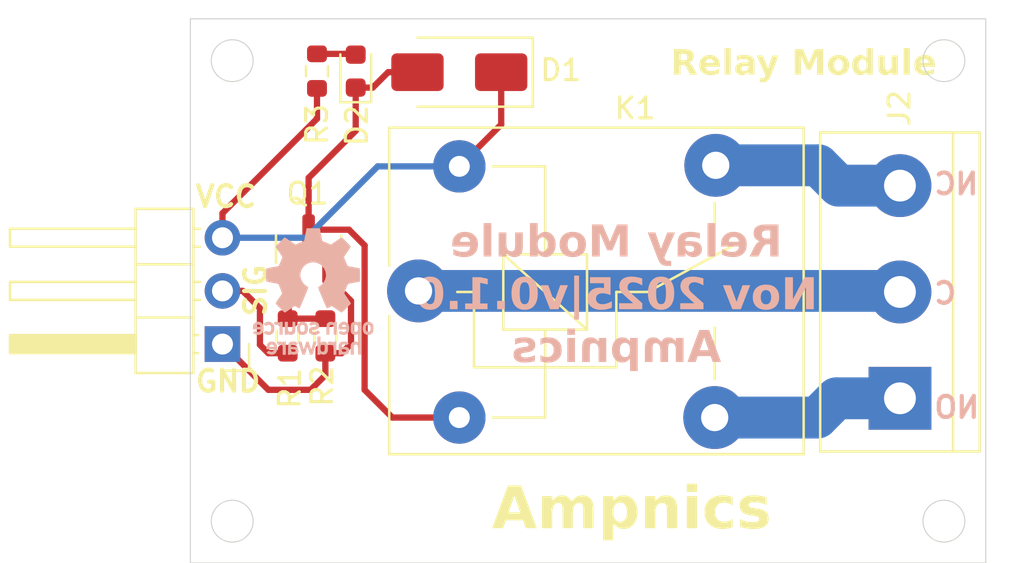
<source format=kicad_pcb>
(kicad_pcb (version 20241229) (generator "pcbnew") (generator_version "9.0")
  (layers (0 "F.Cu" signal) (2 "B.Cu" signal) (13 "F.Paste" user) (15 "B.Paste" user) (5 "F.SilkS" user "F.Silkscreen") (7 "B.SilkS" user "B.Silkscreen") (1 "F.Mask" user) (3 "B.Mask" user) (25 "Edge.Cuts" user))
  (net 0 "")
  (net 1 "Net-(D1-A)")
  (net 2 "+5V")
  (net 3 "Net-(D2-A)")
  (net 4 "GND")
  (net 5 "/SIG")
  (net 6 "Net-(J2-Pin_2)")
  (net 7 "Net-(J2-Pin_1)")
  (net 8 "Net-(J2-Pin_3)")
  (net 9 "Net-(Q1-B)")
  (footprint "Resistor_SMD:R_0603_1608Metric" (layer "F.Cu") (at 110.45 100.15 -90)
    (property "Reference" "R2" (at 2.4 0.15 90) (layer "F.SilkS"))
    (property "Value" "10K")
    (fp_line (start -0.237258 0.5225) (end 0.237258 0.5225) (stroke (width 0.12)) (layer "F.SilkS"))
    (fp_line (start -0.237258 -0.5225) (end 0.237258 -0.5225) (stroke (width 0.12)) (layer "F.SilkS"))
    (pad "1" smd roundrect (at -0.825 0 270) (size 0.8 0.95) (layers "F.Cu" "F.Mask" "F.Paste") (net 9 "Net-(Q1-B)"))
    (pad "2" smd roundrect (at 0.825 0 270) (size 0.8 0.95) (layers "F.Cu" "F.Mask" "F.Paste") (net 4 "GND"))
  )
  (footprint "Diode_SMD:D_SMA" (layer "F.Cu") (at 116.85 87.55 180)
    (property "Reference" "D1" (at -4.85 0.1 0) (layer "F.SilkS"))
    (property "Value" "MRA4003T3G")
    (fp_line (start -3.51 1.65) (end 2 1.65) (stroke (width 0.12)) (layer "F.SilkS"))
    (fp_line (start -3.51 -1.65) (end 2 -1.65) (stroke (width 0.12)) (layer "F.SilkS"))
    (fp_line (start -3.51 -1.65) (end -3.51 1.65) (stroke (width 0.12)) (layer "F.SilkS"))
    (pad "1" smd roundrect (at -2 0 180) (size 2.5 1.8) (layers "F.Cu" "F.Mask" "F.Paste") (roundrect_rratio 0.1388888889) (net 2 "+5V"))
    (pad "2" smd roundrect (at 2 0 180) (size 2.5 1.8) (layers "F.Cu" "F.Mask" "F.Paste") (roundrect_rratio 0.1388888889) (net 1 "Net-(D1-A)"))
  )
  (footprint "Resistor_SMD:R_0603_1608Metric" (layer "F.Cu") (at 110.05 87.5 90)
    (property "Reference" "R3" (at -2.55 0 90) (layer "F.SilkS"))
    (property "Value" "10K")
    (fp_line (start -0.237258 -0.5225) (end 0.237258 -0.5225) (stroke (width 0.12)) (layer "F.SilkS"))
    (fp_line (start -0.237258 0.5225) (end 0.237258 0.5225) (stroke (width 0.12)) (layer "F.SilkS"))
    (pad "1" smd roundrect (at -0.825 0 90) (size 0.8 0.95) (layers "F.Cu" "F.Mask" "F.Paste") (net 2 "+5V"))
    (pad "2" smd roundrect (at 0.825 0 90) (size 0.8 0.95) (layers "F.Cu" "F.Mask" "F.Paste") (net 3 "Net-(D2-A)"))
  )
  (footprint "Relay_THT:Relay_SPDT_SANYOU_SRD_Series_Form_C" (layer "F.Cu") (at 114.9 98)
    (property "Reference" "K1" (at 10.35 -8.725 0) (layer "F.SilkS"))
    (property "Value" "SANYOU_SRD_Form_C")
    (fp_line (start -1.4 -7.8) (end -1.4 -1.2) (stroke (width 0.12)) (layer "F.SilkS"))
    (fp_line (start -1.4 -7.8) (end 18.4 -7.8) (stroke (width 0.12)) (layer "F.SilkS"))
    (fp_line (start -1.4 1.2) (end -1.4 7.8) (stroke (width 0.12)) (layer "F.SilkS"))
    (fp_line (start 2.65 0.05) (end 1.85 0.05) (stroke (width 0.12)) (layer "F.SilkS"))
    (fp_line (start 2.65 0.05) (end 2.65 3.65) (stroke (width 0.12)) (layer "F.SilkS"))
    (fp_line (start 3.55 6.05) (end 6.05 6.05) (stroke (width 0.12)) (layer "F.SilkS"))
    (fp_line (start 4.05 -1.75) (end 8.05 -1.75) (stroke (width 0.12)) (layer "F.SilkS"))
    (fp_line (start 4.05 1.85) (end 4.05 -1.75) (stroke (width 0.12)) (layer "F.SilkS"))
    (fp_line (start 6.05 -5.95) (end 3.55 -5.95) (stroke (width 0.12)) (layer "F.SilkS"))
    (fp_line (start 6.05 -5.95) (end 6.05 -1.75) (stroke (width 0.12)) (layer "F.SilkS"))
    (fp_line (start 6.05 1.85) (end 6.05 6.05) (stroke (width 0.12)) (layer "F.SilkS"))
    (fp_line (start 8.05 -1.75) (end 8.05 1.85) (stroke (width 0.12)) (layer "F.SilkS"))
    (fp_line (start 8.05 1.85) (end 4.05 -1.75) (stroke (width 0.12)) (layer "F.SilkS"))
    (fp_line (start 8.05 1.85) (end 4.05 1.85) (stroke (width 0.12)) (layer "F.SilkS"))
    (fp_line (start 9.45 0.05) (end 9.45 3.65) (stroke (width 0.12)) (layer "F.SilkS"))
    (fp_line (start 9.45 0.05) (end 10.95 0.05) (stroke (width 0.12)) (layer "F.SilkS"))
    (fp_line (start 9.45 3.65) (end 2.65 3.65) (stroke (width 0.12)) (layer "F.SilkS"))
    (fp_line (start 10.95 0.05) (end 15.55 -2.45) (stroke (width 0.12)) (layer "F.SilkS"))
    (fp_line (start 14.15 -4.2) (end 14.15 -1.7) (stroke (width 0.12)) (layer "F.SilkS"))
    (fp_line (start 14.15 4.2) (end 14.15 1.75) (stroke (width 0.12)) (layer "F.SilkS"))
    (fp_line (start 18.4 -7.8) (end 18.4 7.8) (stroke (width 0.12)) (layer "F.SilkS"))
    (fp_line (start 18.4 7.8) (end -1.4 7.8) (stroke (width 0.12)) (layer "F.SilkS"))
    (pad "1" thru_hole circle (at 0 0 90) (size 3 3) (drill 1.3) (layers "*.Cu" "*.Mask") (net 6 "Net-(J2-Pin_2)"))
    (pad "2" thru_hole circle (at 1.95 6.05 90) (size 2.5 2.5) (drill 1) (layers "*.Cu" "*.Mask") (net 1 "Net-(D1-A)"))
    (pad "3" thru_hole circle (at 14.15 6.05 90) (size 3 3) (drill 1.3) (layers "*.Cu" "*.Mask") (net 7 "Net-(J2-Pin_1)"))
    (pad "4" thru_hole circle (at 14.2 -6 90) (size 3 3) (drill 1.3) (layers "*.Cu" "*.Mask") (net 8 "Net-(J2-Pin_3)"))
    (pad "5" thru_hole circle (at 1.95 -5.95 90) (size 2.5 2.5) (drill 1) (layers "*.Cu" "*.Mask") (net 2 "+5V"))
  )
  (footprint "Connector_PinHeader_2.54mm:PinHeader_1x03_P2.54mm_Horizontal" (layer "F.Cu") (at 105.535 100.54 180)
    (property "Reference" "J1" (hide yes))
    (property "Value" "Conn_01x03_Pin")
    (fp_line (start 10.15 5.51) (end 4.15 5.51) (stroke (width 0.12)) (layer "F.SilkS"))
    (fp_line (start 10.15 4.65) (end 10.15 5.51) (stroke (width 0.12)) (layer "F.SilkS"))
    (fp_line (start 10.15 2.97) (end 4.15 2.97) (stroke (width 0.12)) (layer "F.SilkS"))
    (fp_line (start 10.15 2.11) (end 10.15 2.97) (stroke (width 0.12)) (layer "F.SilkS"))
    (fp_line (start 4.15 6.46) (end 4.15 -1.38) (stroke (width 0.12)) (layer "F.SilkS"))
    (fp_line (start 4.15 4.65) (end 10.15 4.65) (stroke (width 0.12)) (layer "F.SilkS"))
    (fp_line (start 4.15 2.11) (end 10.15 2.11) (stroke (width 0.12)) (layer "F.SilkS"))
    (fp_line (start 4.15 -1.38) (end 1.39 -1.38) (stroke (width 0.12)) (layer "F.SilkS"))
    (fp_line (start 1.39 6.46) (end 4.15 6.46) (stroke (width 0.12)) (layer "F.SilkS"))
    (fp_line (start 1.39 3.81) (end 4.15 3.81) (stroke (width 0.12)) (layer "F.SilkS"))
    (fp_line (start 1.39 1.27) (end 4.15 1.27) (stroke (width 0.12)) (layer "F.SilkS"))
    (fp_line (start 1.39 -1.38) (end 1.39 6.46) (stroke (width 0.12)) (layer "F.SilkS"))
    (fp_line (start 1.16 0.43) (end 1.39 0.43) (stroke (width 0.12)) (layer "F.SilkS"))
    (fp_line (start 1.16 -0.43) (end 1.39 -0.43) (stroke (width 0.12)) (layer "F.SilkS"))
    (fp_line (start 1.077358 5.51) (end 1.39 5.51) (stroke (width 0.12)) (layer "F.SilkS"))
    (fp_line (start 1.077358 4.65) (end 1.39 4.65) (stroke (width 0.12)) (layer "F.SilkS"))
    (fp_line (start 1.077358 2.97) (end 1.39 2.97) (stroke (width 0.12)) (layer "F.SilkS"))
    (fp_line (start 1.077358 2.11) (end 1.39 2.11) (stroke (width 0.12)) (layer "F.SilkS"))
    (fp_line (start -1.27 0) (end -1.27 -1.27) (stroke (width 0.12)) (layer "F.SilkS"))
    (fp_line (start -1.27 -1.27) (end 0 -1.27) (stroke (width 0.12)) (layer "F.SilkS"))
    (fp_rect (start 4.15 -0.43) (end 10.15 0.43) (stroke (width 0.12)) (fill yes) (layer "F.SilkS"))
    (pad "1" thru_hole rect (at 0 0 180) (size 1.7 1.7) (drill 1) (layers "*.Cu" "*.Mask") (net 4 "GND"))
    (pad "2" thru_hole circle (at 0 2.54 180) (size 1.7 1.7) (drill 1) (layers "*.Cu" "*.Mask") (net 5 "/SIG"))
    (pad "3" thru_hole circle (at 0 5.08 180) (size 1.7 1.7) (drill 1) (layers "*.Cu" "*.Mask") (net 2 "+5V"))
  )
  (footprint "LED_SMD:LED_0603_1608Metric" (layer "F.Cu") (at 111.9 87.5 90)
    (property "Reference" "D2" (at -2.6 0.05 90) (layer "F.SilkS"))
    (property "Value" "LED")
    (fp_line (start 0.8 -0.735) (end -1.485 -0.735) (stroke (width 0.12)) (layer "F.SilkS"))
    (fp_line (start -1.485 -0.735) (end -1.485 0.735) (stroke (width 0.12)) (layer "F.SilkS"))
    (fp_line (start -1.485 0.735) (end 0.8 0.735) (stroke (width 0.12)) (layer "F.SilkS"))
    (pad "1" smd roundrect (at -0.7875 0 90) (size 0.875 0.95) (layers "F.Cu" "F.Mask" "F.Paste") (net 1 "Net-(D1-A)"))
    (pad "2" smd roundrect (at 0.7875 0 90) (size 0.875 0.95) (layers "F.Cu" "F.Mask" "F.Paste") (net 3 "Net-(D2-A)"))
  )
  (footprint "Resistor_SMD:R_0603_1608Metric" (layer "F.Cu") (at 108.65 100.15 90)
    (property "Reference" "R1" (at -2.5 0.1 90) (layer "F.SilkS"))
    (property "Value" "1K")
    (fp_line (start -0.237258 -0.5225) (end 0.237258 -0.5225) (stroke (width 0.12)) (layer "F.SilkS"))
    (fp_line (start -0.237258 0.5225) (end 0.237258 0.5225) (stroke (width 0.12)) (layer "F.SilkS"))
    (pad "1" smd roundrect (at -0.825 0 90) (size 0.8 0.95) (layers "F.Cu" "F.Mask" "F.Paste") (net 5 "/SIG"))
    (pad "2" smd roundrect (at 0.825 0 90) (size 0.8 0.95) (layers "F.Cu" "F.Mask" "F.Paste") (net 9 "Net-(Q1-B)"))
  )
  (footprint "Package_TO_SOT_SMD:SOT-23" (layer "F.Cu") (at 109.65 96.0125 90)
    (property "Reference" "Q1" (at 2.6625 -0.05 180) (layer "F.SilkS"))
    (property "Value" "MMBT2222A")
    (fp_line (start 0 -1.56) (end 0.65 -1.56) (stroke (width 0.12)) (layer "F.SilkS"))
    (fp_line (start 0 -1.56) (end -0.65 -1.56) (stroke (width 0.12)) (layer "F.SilkS"))
    (fp_line (start 0 1.56) (end 0.65 1.56) (stroke (width 0.12)) (layer "F.SilkS"))
    (fp_line (start 0 1.56) (end -0.65 1.56) (stroke (width 0.12)) (layer "F.SilkS"))
    (fp_poly (pts (xy -1.1625 -1.51) (xy -1.4025 -1.84) (xy -0.9225 -1.84)) (stroke (width 0.12)) (fill yes) (layer "F.SilkS"))
    (pad "1" smd roundrect (at -0.9375 -0.95 90) (size 1.475 0.6) (layers "F.Cu" "F.Mask" "F.Paste") (net 9 "Net-(Q1-B)"))
    (pad "2" smd roundrect (at -0.9375 0.95 90) (size 1.475 0.6) (layers "F.Cu" "F.Mask" "F.Paste") (net 4 "GND"))
    (pad "3" smd roundrect (at 0.9375 0 90) (size 1.475 0.6) (layers "F.Cu" "F.Mask" "F.Paste") (net 1 "Net-(D1-A)"))
  )
  (footprint "TerminalBlock:TerminalBlock_bornier-3_P5.08mm" (layer "F.Cu") (at 137.9 103.13 90)
    (property "Reference" "J2" (at 13.855 -0.025 90) (layer "F.SilkS"))
    (property "Value" "Screw_Terminal_01x03")
    (fp_line (start -2.54 -3.81) (end 12.7 -3.81) (stroke (width 0.12)) (layer "F.SilkS"))
    (fp_line (start -2.54 2.54) (end 12.7 2.54) (stroke (width 0.12)) (layer "F.SilkS"))
    (fp_line (start 12.7 3.81) (end 12.7 -3.81) (stroke (width 0.12)) (layer "F.SilkS"))
    (fp_line (start -2.54 3.81) (end -2.54 -3.81) (stroke (width 0.12)) (layer "F.SilkS"))
    (fp_line (start -2.54 3.81) (end 12.7 3.81) (stroke (width 0.12)) (layer "F.SilkS"))
    (pad "1" thru_hole rect (at 0 0 90) (size 3 3) (drill 1.52) (layers "*.Cu" "*.Mask") (net 7 "Net-(J2-Pin_1)"))
    (pad "2" thru_hole circle (at 5.08 0 90) (size 3 3) (drill 1.52) (layers "*.Cu" "*.Mask") (net 6 "Net-(J2-Pin_2)"))
    (pad "3" thru_hole circle (at 10.16 0 90) (size 3 3) (drill 1.52) (layers "*.Cu" "*.Mask") (net 8 "Net-(J2-Pin_3)"))
  )
  (footprint "Symbol:OSHW-Logo_5.7x6mm_SilkScreen" (layer "B.Cu") (at 109.875 98.025 180)
    (property "Reference" "REF**" (hide yes))
    (property "Value" "OSHW-Logo_5.7x6mm_SilkScreen" (hide yes))
    (fp_poly (pts (xy 1.79946 -1.45803) (xy 1.842711 -1.471245) (xy 1.870558 -1.487941) (xy 1.879629 -1.501145) (xy 1.877132 -1.516797) (xy 1.860931 -1.541385) (xy 1.847232 -1.5588) (xy 1.818992 -1.590283) (xy 1.797775 -1.603529) (xy 1.779688 -1.602664) (xy 1.726035 -1.58901) (xy 1.68663 -1.58963) (xy 1.654632 -1.605104) (xy 1.64389 -1.614161) (xy 1.609505 -1.646027) (xy 1.609505 -2.062179) (xy 1.471188 -2.062179) (xy 1.471188 -1.458614) (xy 1.540347 -1.458614) (xy 1.581869 -1.460256) (xy 1.603291 -1.466087) (xy 1.609502 -1.477461) (xy 1.609505 -1.477798) (xy 1.612439 -1.489713) (xy 1.625704 -1.488159) (xy 1.644084 -1.479563) (xy 1.682046 -1.463568) (xy 1.712872 -1.453945) (xy 1.752536 -1.451478) (xy 1.79946 -1.45803)) (stroke (width 0.01)) (fill yes) (layer "B.SilkS"))
    (fp_poly (pts (xy 1.635255 -2.401486) (xy 1.683595 -2.411015) (xy 1.711114 -2.425125) (xy 1.740064 -2.448568) (xy 1.698876 -2.500571) (xy 1.673482 -2.532064) (xy 1.656238 -2.547428) (xy 1.639102 -2.549776) (xy 1.614027 -2.542217) (xy 1.602257 -2.537941) (xy 1.55427 -2.531631) (xy 1.510324 -2.545156) (xy 1.47806 -2.57571) (xy 1.472819 -2.585452) (xy 1.467112 -2.611258) (xy 1.462706 -2.658817) (xy 1.459811 -2.724758) (xy 1.458631 -2.80571) (xy 1.458614 -2.817226) (xy 1.458614 -3.017822) (xy 1.320297 -3.017822) (xy 1.320297 -2.401683) (xy 1.389456 -2.401683) (xy 1.429333 -2.402725) (xy 1.450107 -2.407358) (xy 1.457789 -2.417849) (xy 1.458614 -2.427745) (xy 1.458614 -2.453806) (xy 1.491745 -2.427745) (xy 1.529735 -2.409965) (xy 1.58077 -2.401174) (xy 1.635255 -2.401486)) (stroke (width 0.01)) (fill yes) (layer "B.SilkS"))
    (fp_poly (pts (xy -0.993356 -2.40302) (xy -0.974539 -2.40866) (xy -0.968473 -2.421053) (xy -0.968218 -2.426647) (xy -0.967129 -2.44223) (xy -0.959632 -2.444676) (xy -0.939381 -2.433993) (xy -0.927351 -2.426694) (xy -0.8894 -2.411063) (xy -0.844072 -2.403334) (xy -0.796544 -2.40274) (xy -0.751995 -2.408513) (xy -0.715602 -2.419884) (xy -0.692543 -2.436088) (xy -0.687996 -2.456355) (xy -0.690291 -2.461843) (xy -0.70702 -2.484626) (xy -0.732963 -2.512647) (xy -0.737655 -2.517177) (xy -0.762383 -2.538005) (xy -0.783718 -2.544735) (xy -0.813555 -2.540038) (xy -0.825508 -2.536917) (xy -0.862705 -2.529421) (xy -0.888859 -2.532792) (xy -0.910946 -2.544681) (xy -0.931178 -2.560635) (xy -0.946079 -2.5807) (xy -0.956434 -2.608702) (xy -0.963029 -2.648467) (xy -0.966649 -2.703823) (xy -0.968078 -2.778594) (xy -0.968218 -2.82374) (xy -0.968218 -3.017822) (xy -1.09396 -3.017822) (xy -1.09396 -2.401683) (xy -1.031089 -2.401683) (xy -0.993356 -2.40302)) (stroke (width 0.01)) (fill yes) (layer "B.SilkS"))
    (fp_poly (pts (xy 0.993367 -1.654342) (xy 0.994555 -1.746563) (xy 0.998897 -1.81661) (xy 1.007558 -1.867381) (xy 1.021704 -1.901772) (xy 1.0425 -1.922679) (xy 1.07111 -1.933) (xy 1.106535 -1.935636) (xy 1.143636 -1.932682) (xy 1.171818 -1.921889) (xy 1.192243 -1.90036) (xy 1.206079 -1.865199) (xy 1.214491 -1.81351) (xy 1.218643 -1.742394) (xy 1.219703 -1.654342) (xy 1.219703 -1.458614) (xy 1.35802 -1.458614) (xy 1.35802 -2.062179) (xy 1.288862 -2.062179) (xy 1.24717 -2.060489) (xy 1.225701 -2.054556) (xy 1.219703 -2.043293) (xy 1.216091 -2.033261) (xy 1.201714 -2.035383) (xy 1.172736 -2.04958) (xy 1.106319 -2.07148) (xy 1.035875 -2.069928) (xy 0.968377 -2.046147) (xy 0.936233 -2.027362) (xy 0.911715 -2.007022) (xy 0.893804 -1.981573) (xy 0.881479 -1.947458) (xy 0.873723 -1.901121) (xy 0.869516 -1.839007) (xy 0.86784 -1.757561) (xy 0.867624 -1.694578) (xy 0.867624 -1.458614) (xy 0.993367 -1.458614) (xy 0.993367 -1.654342)) (stroke (width 0.01)) (fill yes) (layer "B.SilkS"))
    (fp_poly (pts (xy -0.754012 -1.469002) (xy -0.722717 -1.48395) (xy -0.692409 -1.505541) (xy -0.669318 -1.530391) (xy -0.6525 -1.562087) (xy -0.641006 -1.604214) (xy -0.633891 -1.660358) (xy -0.630207 -1.734106) (xy -0.629008 -1.829044) (xy -0.628989 -1.838985) (xy -0.628713 -2.062179) (xy -0.76703 -2.062179) (xy -0.76703 -1.856418) (xy -0.767128 -1.780189) (xy -0.767809 -1.724939) (xy -0.769651 -1.686501) (xy -0.773233 -1.660706) (xy -0.779132 -1.643384) (xy -0.787927 -1.630368) (xy -0.80018 -1.617507) (xy -0.843047 -1.589873) (xy -0.889843 -1.584745) (xy -0.934424 -1.602217) (xy -0.949928 -1.615221) (xy -0.96131 -1.627447) (xy -0.969481 -1.64054) (xy -0.974974 -1.658615) (xy -0.97832 -1.685787) (xy -0.980051 -1.72617) (xy -0.980697 -1.783879) (xy -0.980792 -1.854132) (xy -0.980792 -2.062179) (xy -1.119109 -2.062179) (xy -1.119109 -1.458614) (xy -1.04995 -1.458614) (xy -1.008428 -1.460256) (xy -0.987006 -1.466087) (xy -0.980795 -1.477461) (xy -0.980792 -1.477798) (xy -0.97791 -1.488938) (xy -0.965199 -1.487674) (xy -0.939926 -1.475434) (xy -0.882605 -1.457424) (xy -0.817037 -1.455421) (xy -0.754012 -1.469002)) (stroke (width 0.01)) (fill yes) (layer "B.SilkS"))
    (fp_poly (pts (xy 2.217226 -1.46388) (xy 2.29008 -1.49483) (xy 2.313027 -1.509895) (xy 2.342354 -1.533048) (xy 2.360764 -1.551253) (xy 2.363961 -1.557183) (xy 2.354935 -1.57034) (xy 2.331837 -1.592667) (xy 2.313344 -1.60825) (xy 2.262728 -1.648926) (xy 2.22276 -1.615295) (xy 2.191874 -1.593584) (xy 2.161759 -1.58609) (xy 2.127292 -1.58792) (xy 2.072561 -1.601528) (xy 2.034886 -1.629772) (xy 2.011991 -1.675433) (xy 2.001597 -1.741289) (xy 2.001595 -1.741331) (xy 2.002494 -1.814939) (xy 2.016463 -1.868946) (xy 2.044328 -1.905716) (xy 2.063325 -1.918168) (xy 2.113776 -1.933673) (xy 2.167663 -1.933683) (xy 2.214546 -1.918638) (xy 2.225644 -1.911287) (xy 2.253476 -1.892511) (xy 2.275236 -1.889434) (xy 2.298704 -1.903409) (xy 2.324649 -1.92851) (xy 2.365716 -1.97088) (xy 2.320121 -2.008464) (xy 2.249674 -2.050882) (xy 2.170233 -2.071785) (xy 2.087215 -2.070272) (xy 2.032694 -2.056411) (xy 1.96897 -2.022135) (xy 1.918005 -1.968212) (xy 1.894851 -1.930149) (xy 1.876099 -1.875536) (xy 1.866715 -1.806369) (xy 1.866643 -1.731407) (xy 1.875824 -1.659409) (xy 1.894199 -1.599137) (xy 1.897093 -1.592958) (xy 1.939952 -1.532351) (xy 1.997979 -1.488224) (xy 2.066591 -1.461493) (xy 2.141201 -1.453073) (xy 2.217226 -1.46388)) (stroke (width 0.01)) (fill yes) (layer "B.SilkS"))
    (fp_poly (pts (xy 0.610762 -1.466055) (xy 0.674363 -1.500692) (xy 0.724123 -1.555372) (xy 0.747568 -1.599842) (xy 0.757634 -1.639121) (xy 0.764156 -1.695116) (xy 0.766951 -1.759621) (xy 0.765836 -1.824429) (xy 0.760626 -1.881334) (xy 0.754541 -1.911727) (xy 0.734014 -1.953306) (xy 0.698463 -1.997468) (xy 0.655619 -2.036087) (xy 0.613211 -2.061034) (xy 0.612177 -2.06143) (xy 0.559553 -2.072331) (xy 0.497188 -2.072601) (xy 0.437924 -2.062676) (xy 0.41504 -2.054722) (xy 0.356102 -2.0213) (xy 0.31389 -1.977511) (xy 0.286156 -1.919538) (xy 0.270651 -1.843565) (xy 0.267143 -1.803771) (xy 0.26759 -1.753766) (xy 0.402376 -1.753766) (xy 0.406917 -1.826732) (xy 0.419986 -1.882334) (xy 0.440756 -1.917861) (xy 0.455552 -1.92802) (xy 0.493464 -1.935104) (xy 0.538527 -1.933007) (xy 0.577487 -1.922812) (xy 0.587704 -1.917204) (xy 0.614659 -1.884538) (xy 0.632451 -1.834545) (xy 0.640024 -1.773705) (xy 0.636325 -1.708497) (xy 0.628057 -1.669253) (xy 0.60432 -1.623805) (xy 0.566849 -1.595396) (xy 0.52172 -1.585573) (xy 0.475011 -1.595887) (xy 0.439132 -1.621112) (xy 0.420277 -1.641925) (xy 0.409272 -1.662439) (xy 0.404026 -1.690203) (xy 0.402449 -1.732762) (xy 0.402376 -1.753766) (xy 0.26759 -1.753766) (xy 0.268094 -1.69758) (xy 0.285388 -1.610501) (xy 0.319029 -1.54253) (xy 0.369018 -1.493664) (xy 0.435356 -1.463899) (xy 0.449601 -1.460448) (xy 0.53521 -1.452345) (xy 0.610762 -1.466055)) (stroke (width 0.01)) (fill yes) (layer "B.SilkS"))
    (fp_poly (pts (xy 0.281524 -2.404237) (xy 0.331255 -2.407971) (xy 0.461291 -2.797773) (xy 0.481678 -2.728614) (xy 0.493946 -2.685874) (xy 0.510085 -2.628115) (xy 0.527512 -2.564625) (xy 0.536726 -2.53057) (xy 0.571388 -2.401683) (xy 0.714391 -2.401683) (xy 0.671646 -2.536857) (xy 0.650596 -2.603342) (xy 0.625167 -2.683539) (xy 0.59861 -2.767193) (xy 0.574902 -2.841782) (xy 0.520902 -3.011535) (xy 0.462598 -3.015328) (xy 0.404295 -3.019122) (xy 0.372679 -2.914734) (xy 0.353182 -2.849889) (xy 0.331904 -2.7784) (xy 0.313308 -2.715263) (xy 0.312574 -2.71275) (xy 0.298684 -2.669969) (xy 0.286429 -2.640779) (xy 0.277846 -2.629741) (xy 0.276082 -2.631018) (xy 0.269891 -2.64813) (xy 0.258128 -2.684787) (xy 0.242225 -2.736378) (xy 0.223614 -2.798294) (xy 0.213543 -2.832352) (xy 0.159007 -3.017822) (xy 0.043264 -3.017822) (xy -0.049263 -2.725471) (xy -0.075256 -2.643462) (xy -0.098934 -2.568987) (xy -0.11918 -2.505544) (xy -0.134874 -2.456632) (xy -0.144898 -2.425749) (xy -0.147945 -2.416726) (xy -0.145533 -2.407487) (xy -0.126592 -2.403441) (xy -0.087177 -2.403846) (xy -0.081007 -2.404152) (xy -0.007914 -2.407971) (xy 0.039957 -2.58401) (xy 0.057553 -2.648211) (xy 0.073277 -2.704649) (xy 0.085746 -2.748422) (xy 0.093574 -2.77463) (xy 0.09502 -2.778903) (xy 0.101014 -2.77399) (xy 0.113101 -2.748532) (xy 0.129893 -2.705997) (xy 0.150003 -2.64985) (xy 0.167003 -2.59913) (xy 0.231794 -2.400504) (xy 0.281524 -2.404237)) (stroke (width 0.01)) (fill yes) (layer "B.SilkS"))
    (fp_poly (pts (xy -0.201188 -3.017822) (xy -0.270346 -3.017822) (xy -0.310488 -3.016645) (xy -0.331394 -3.011772) (xy -0.338922 -3.001186) (xy -0.339505 -2.994029) (xy -0.340774 -2.979676) (xy -0.348779 -2.976923) (xy -0.369815 -2.985771) (xy -0.386173 -2.994029) (xy -0.448977 -3.013597) (xy -0.517248 -3.014729) (xy -0.572752 -3.000135) (xy -0.624438 -2.964877) (xy -0.663838 -2.912835) (xy -0.685413 -2.85145) (xy -0.685962 -2.848018) (xy -0.689167 -2.810571) (xy -0.690761 -2.756813) (xy -0.690633 -2.716155) (xy -0.553279 -2.716155) (xy -0.550097 -2.770194) (xy -0.542859 -2.814735) (xy -0.53306 -2.839888) (xy -0.495989 -2.87426) (xy -0.451974 -2.886582) (xy -0.406584 -2.876618) (xy -0.367797 -2.846895) (xy -0.353108 -2.826905) (xy -0.344519 -2.80305) (xy -0.340496 -2.76823) (xy -0.339505 -2.71593) (xy -0.341278 -2.664139) (xy -0.345963 -2.618634) (xy -0.352603 -2.588181) (xy -0.35371 -2.585452) (xy -0.380491 -2.553) (xy -0.419579 -2.535183) (xy -0.463315 -2.532306) (xy -0.504038 -2.544674) (xy -0.534087 -2.572593) (xy -0.537204 -2.578148) (xy -0.546961 -2.612022) (xy -0.552277 -2.660728) (xy -0.553279 -2.716155) (xy -0.690633 -2.716155) (xy -0.690568 -2.69554) (xy -0.689664 -2.662563) (xy -0.683514 -2.580981) (xy -0.670733 -2.51973) (xy -0.649471 -2.474449) (xy -0.617878 -2.440779) (xy -0.587207 -2.421014) (xy -0.544354 -2.40712) (xy -0.491056 -2.402354) (xy -0.43648 -2.406236) (xy -0.389792 -2.418282) (xy -0.365124 -2.432693) (xy -0.339505 -2.455878) (xy -0.339505 -2.162773) (xy -0.201188 -2.162773) (xy -0.201188 -3.017822)) (stroke (width 0.01)) (fill yes) (layer "B.SilkS"))
    (fp_poly (pts (xy -2.538261 -1.465148) (xy -2.472479 -1.494231) (xy -2.42254 -1.542793) (xy -2.388374 -1.610908) (xy -2.369907 -1.698651) (xy -2.368583 -1.712351) (xy -2.367546 -1.808939) (xy -2.380993 -1.893602) (xy -2.408108 -1.962221) (xy -2.422627 -1.984294) (xy -2.473201 -2.031011) (xy -2.537609 -2.061268) (xy -2.609666 -2.073824) (xy -2.683185 -2.067439) (xy -2.739072 -2.047772) (xy -2.787132 -2.014629) (xy -2.826412 -1.971175) (xy -2.827092 -1.970158) (xy -2.843044 -1.943338) (xy -2.85341 -1.916368) (xy -2.859688 -1.882332) (xy -2.863373 -1.83431) (xy -2.864997 -1.794931) (xy -2.865672 -1.759219) (xy -2.739955 -1.759219) (xy -2.738726 -1.79477) (xy -2.734266 -1.842094) (xy -2.726397 -1.872465) (xy -2.712207 -1.894072) (xy -2.698917 -1.906694) (xy -2.651802 -1.933122) (xy -2.602505 -1.936653) (xy -2.556593 -1.917639) (xy -2.533638 -1.896331) (xy -2.517096 -1.874859) (xy -2.507421 -1.854313) (xy -2.503174 -1.827574) (xy -2.50292 -1.787523) (xy -2.504228 -1.750638) (xy -2.507043 -1.697947) (xy -2.511505 -1.663772) (xy -2.519548 -1.64148) (xy -2.533103 -1.624442) (xy -2.543845 -1.614703) (xy -2.588777 -1.589123) (xy -2.637249 -1.587847) (xy -2.677894 -1.602999) (xy -2.712567 -1.634642) (xy -2.733224 -1.68662) (xy -2.739955 -1.759219) (xy -2.865672 -1.759219) (xy -2.866479 -1.716621) (xy -2.863948 -1.658056) (xy -2.856362 -1.614007) (xy -2.842681 -1.579248) (xy -2.821865 -1.548551) (xy -2.814147 -1.539436) (xy -2.765889 -1.494021) (xy -2.714128 -1.467493) (xy -2.650828 -1.456379) (xy -2.619961 -1.455471) (xy -2.538261 -1.465148)) (stroke (width 0.01)) (fill yes) (layer "B.SilkS"))
    (fp_poly (pts (xy 2.677898 -1.456457) (xy 2.710096 -1.464279) (xy 2.771825 -1.492921) (xy 2.82461 -1.536667) (xy 2.861141 -1.589117) (xy 2.86616 -1.600893) (xy 2.873045 -1.63174) (xy 2.877864 -1.677371) (xy 2.879505 -1.723492) (xy 2.879505 -1.810693) (xy 2.697178 -1.810693) (xy 2.621979 -1.810978) (xy 2.569003 -1.812704) (xy 2.535325 -1.817181) (xy 2.51802 -1.82572) (xy 2.514163 -1.83963) (xy 2.520829 -1.860222) (xy 2.53277 -1.884315) (xy 2.56608 -1.924525) (xy 2.612368 -1.944558) (xy 2.668944 -1.943905) (xy 2.733031 -1.922101) (xy 2.788417 -1.895193) (xy 2.834375 -1.931532) (xy 2.880333 -1.967872) (xy 2.837096 -2.007819) (xy 2.779374 -2.045563) (xy 2.708386 -2.06832) (xy 2.632029 -2.074688) (xy 2.558199 -2.063268) (xy 2.546287 -2.059393) (xy 2.481399 -2.025506) (xy 2.43313 -1.974986) (xy 2.400465 -1.906325) (xy 2.382385 -1.818014) (xy 2.382175 -1.816121) (xy 2.380556 -1.719878) (xy 2.3871 -1.685542) (xy 2.514852 -1.685542) (xy 2.526584 -1.690822) (xy 2.558438 -1.694867) (xy 2.605397 -1.697176) (xy 2.635154 -1.697525) (xy 2.690648 -1.697306) (xy 2.725346 -1.695916) (xy 2.743601 -1.692251) (xy 2.749766 -1.68521) (xy 2.748195 -1.67369) (xy 2.746878 -1.669233) (xy 2.724382 -1.627355) (xy 2.689003 -1.593604) (xy 2.65778 -1.578773) (xy 2.616301 -1.579668) (xy 2.574269 -1.598164) (xy 2.539012 -1.628786) (xy 2.517854 -1.666062) (xy 2.514852 -1.685542) (xy 2.3871 -1.685542) (xy 2.39669 -1.635229) (xy 2.428698 -1.564191) (xy 2.474701 -1.508779) (xy 2.532821 -1.471009) (xy 2.60118 -1.452896) (xy 2.677898 -1.456457)) (stroke (width 0.01)) (fill yes) (layer "B.SilkS"))
    (fp_poly (pts (xy 0.014017 -1.456452) (xy 0.061634 -1.465482) (xy 0.111034 -1.48437) (xy 0.116312 -1.486777) (xy 0.153774 -1.506476) (xy 0.179717 -1.524781) (xy 0.188103 -1.536508) (xy 0.180117 -1.555632) (xy 0.16072 -1.58385) (xy 0.15211 -1.594384) (xy 0.116628 -1.635847) (xy 0.070885 -1.608858) (xy 0.02735 -1.590878) (xy -0.02295 -1.581267) (xy -0.071188 -1.58066) (xy -0.108533 -1.589691) (xy -0.117495 -1.595327) (xy -0.134563 -1.621171) (xy -0.136637 -1.650941) (xy -0.123866 -1.674197) (xy -0.116312 -1.678708) (xy -0.093675 -1.684309) (xy -0.053885 -1.690892) (xy -0.004834 -1.697183) (xy 0.004215 -1.69817) (xy 0.082996 -1.711798) (xy 0.140136 -1.734946) (xy 0.17803 -1.769752) (xy 0.199079 -1.818354) (xy 0.205635 -1.877718) (xy 0.196577 -1.945198) (xy 0.167164 -1.998188) (xy 0.117278 -2.036783) (xy 0.0468 -2.061081) (xy -0.031435 -2.070667) (xy -0.095234 -2.070552) (xy -0.146984 -2.061845) (xy -0.182327 -2.049825) (xy -0.226983 -2.02888) (xy -0.268253 -2.004574) (xy -0.282921 -1.993876) (xy -0.320643 -1.963084) (xy -0.275148 -1.917049) (xy -0.229653 -1.871013) (xy -0.177928 -1.905243) (xy -0.126048 -1.930952) (xy -0.070649 -1.944399) (xy -0.017395 -1.945818) (xy 0.028049 -1.935443) (xy 0.060016 -1.913507) (xy 0.070338 -1.894998) (xy 0.068789 -1.865314) (xy 0.04314 -1.842615) (xy -0.00654 -1.82694) (xy -0.060969 -1.819695) (xy -0.144736 -1.805873) (xy -0.206967 -1.779796) (xy -0.248493 -1.740699) (xy -0.270147 -1.68782) (xy -0.273147 -1.625126) (xy -0.258329 -1.559642) (xy -0.224546 -1.510144) (xy -0.171495 -1.476408) (xy -0.098874 -1.458207) (xy -0.045072 -1.454639) (xy 0.014017 -1.456452)) (stroke (width 0.01)) (fill yes) (layer "B.SilkS"))
    (fp_poly (pts (xy 2.032581 -2.40497) (xy 2.092685 -2.420597) (xy 2.143021 -2.452848) (xy 2.167393 -2.47694) (xy 2.207345 -2.533895) (xy 2.230242 -2.599965) (xy 2.238108 -2.681182) (xy 2.238148 -2.687748) (xy 2.238218 -2.753763) (xy 1.858264 -2.753763) (xy 1.866363 -2.788342) (xy 1.880987 -2.819659) (xy 1.906581 -2.852291) (xy 1.911935 -2.8575) (xy 1.957943 -2.885694) (xy 2.01041 -2.890475) (xy 2.070803 -2.871926) (xy 2.08104 -2.866931) (xy 2.112439 -2.851745) (xy 2.13347 -2.843094) (xy 2.137139 -2.842293) (xy 2.149948 -2.850063) (xy 2.174378 -2.869072) (xy 2.186779 -2.87946) (xy 2.212476 -2.903321) (xy 2.220915 -2.919077) (xy 2.215058 -2.933571) (xy 2.211928 -2.937534) (xy 2.190725 -2.954879) (xy 2.155738 -2.975959) (xy 2.131337 -2.988265) (xy 2.062072 -3.009946) (xy 1.985388 -3.016971) (xy 1.912765 -3.008647) (xy 1.892426 -3.002686) (xy 1.829476 -2.968952) (xy 1.782815 -2.917045) (xy 1.752173 -2.846459) (xy 1.737282 -2.756692) (xy 1.735647 -2.709753) (xy 1.740421 -2.641413) (xy 1.86099 -2.641413) (xy 1.872652 -2.646465) (xy 1.903998 -2.650429) (xy 1.949571 -2.652768) (xy 1.980446 -2.653169) (xy 2.035981 -2.652783) (xy 2.071033 -2.650975) (xy 2.090262 -2.646773) (xy 2.09833 -2.639203) (xy 2.099901 -2.628218) (xy 2.089121 -2.594381) (xy 2.06198 -2.56094) (xy 2.026277 -2.535272) (xy 1.99056 -2.524772) (xy 1.942048 -2.534086) (xy 1.900053 -2.561013) (xy 1.870936 -2.599827) (xy 1.86099 -2.641413) (xy 1.740421 -2.641413) (xy 1.742599 -2.610236) (xy 1.764055 -2.530949) (xy 1.80047 -2.471263) (xy 1.852297 -2.430549) (xy 1.91999 -2.408179) (xy 1.956662 -2.403871) (xy 2.032581 -2.40497)) (stroke (width 0.01)) (fill yes) (layer "B.SilkS"))
    (fp_poly (pts (xy -1.356699 -1.472614) (xy -1.344168 -1.478514) (xy -1.300799 -1.510283) (xy -1.25979 -1.556646) (xy -1.229168 -1.607696) (xy -1.220459 -1.631166) (xy -1.212512 -1.673091) (xy -1.207774 -1.723757) (xy -1.207199 -1.744679) (xy -1.207129 -1.810693) (xy -1.587083 -1.810693) (xy -1.578983 -1.845273) (xy -1.559104 -1.88617) (xy -1.524347 -1.921514) (xy -1.482998 -1.944282) (xy -1.456649 -1.94901) (xy -1.420916 -1.943273) (xy -1.378282 -1.928882) (xy -1.363799 -1.922262) (xy -1.31024 -1.895513) (xy -1.264533 -1.930376) (xy -1.238158 -1.953955) (xy -1.224124 -1.973417) (xy -1.223414 -1.979129) (xy -1.235951 -1.992973) (xy -1.263428 -2.014012) (xy -1.288366 -2.030425) (xy -1.355664 -2.05993) (xy -1.43111 -2.073284) (xy -1.505888 -2.069812) (xy -1.565495 -2.051663) (xy -1.626941 -2.012784) (xy -1.670608 -1.961595) (xy -1.697926 -1.895367) (xy -1.710322 -1.811371) (xy -1.711421 -1.772936) (xy -1.707022 -1.684861) (xy -1.706482 -1.682299) (xy -1.580582 -1.682299) (xy -1.577115 -1.690558) (xy -1.562863 -1.695113) (xy -1.53347 -1.697065) (xy -1.484575 -1.697517) (xy -1.465748 -1.697525) (xy -1.408467 -1.696843) (xy -1.372141 -1.694364) (xy -1.352604 -1.689443) (xy -1.34569 -1.681434) (xy -1.345445 -1.678862) (xy -1.353336 -1.658423) (xy -1.373085 -1.629789) (xy -1.381575 -1.619763) (xy -1.413094 -1.591408) (xy -1.445949 -1.580259) (xy -1.463651 -1.579327) (xy -1.511539 -1.590981) (xy -1.551699 -1.622285) (xy -1.577173 -1.667752) (xy -1.577625 -1.669233) (xy -1.580582 -1.682299) (xy -1.706482 -1.682299) (xy -1.692392 -1.61551) (xy -1.666038 -1.560025) (xy -1.633807 -1.520639) (xy -1.574217 -1.477931) (xy -1.504168 -1.455109) (xy -1.429661 -1.453046) (xy -1.356699 -1.472614)) (stroke (width 0.01)) (fill yes) (layer "B.SilkS"))
    (fp_poly (pts (xy 1.038411 -2.405417) (xy 1.091411 -2.41829) (xy 1.106731 -2.42511) (xy 1.136428 -2.442974) (xy 1.15922 -2.463093) (xy 1.176083 -2.488962) (xy 1.187998 -2.524073) (xy 1.195942 -2.57192) (xy 1.200894 -2.635996) (xy 1.203831 -2.719794) (xy 1.204947 -2.775768) (xy 1.209052 -3.017822) (xy 1.138932 -3.017822) (xy 1.096393 -3.016038) (xy 1.074476 -3.009942) (xy 1.068812 -2.999706) (xy 1.065821 -2.988637) (xy 1.052451 -2.990754) (xy 1.034233 -2.999629) (xy 0.988624 -3.013233) (xy 0.930007 -3.016899) (xy 0.868354 -3.010903) (xy 0.813638 -2.995521) (xy 0.80873 -2.993386) (xy 0.758723 -2.958255) (xy 0.725756 -2.909419) (xy 0.710587 -2.852333) (xy 0.711746 -2.831824) (xy 0.835508 -2.831824) (xy 0.846413 -2.859425) (xy 0.878745 -2.879204) (xy 0.93091 -2.889819) (xy 0.958787 -2.891228) (xy 1.005247 -2.88762) (xy 1.036129 -2.873597) (xy 1.043664 -2.866931) (xy 1.064076 -2.830666) (xy 1.068812 -2.797773) (xy 1.068812 -2.753763) (xy 1.007513 -2.753763) (xy 0.936256 -2.757395) (xy 0.886276 -2.768818) (xy 0.854696 -2.788824) (xy 0.847626 -2.797743) (xy 0.835508 -2.831824) (xy 0.711746 -2.831824) (xy 0.713971 -2.792456) (xy 0.736663 -2.735244) (xy 0.767624 -2.69658) (xy 0.786376 -2.679864) (xy 0.804733 -2.668878) (xy 0.828619 -2.66218) (xy 0.863957 -2.658326) (xy 0.916669 -2.655873) (xy 0.937577 -2.655168) (xy 1.068812 -2.650879) (xy 1.06862 -2.611158) (xy 1.063537 -2.569405) (xy 1.045162 -2.544158) (xy 1.008039 -2.52803) (xy 1.007043 -2.527742) (xy 0.95441 -2.5214) (xy 0.902906 -2.529684) (xy 0.86463 -2.549827) (xy 0.849272 -2.559773) (xy 0.83273 -2.558397) (xy 0.807275 -2.543987) (xy 0.792328 -2.533817) (xy 0.763091 -2.512088) (xy 0.74498 -2.4958) (xy 0.742074 -2.491137) (xy 0.75404 -2.467005) (xy 0.789396 -2.438185) (xy 0.804753 -2.428461) (xy 0.848901 -2.411714) (xy 0.908398 -2.402227) (xy 0.974487 -2.400095) (xy 1.038411 -2.405417)) (stroke (width 0.01)) (fill yes) (layer "B.SilkS"))
    (fp_poly (pts (xy -1.38421 -2.406555) (xy -1.325055 -2.422339) (xy -1.280023 -2.450948) (xy -1.248246 -2.488419) (xy -1.238366 -2.504411) (xy -1.231073 -2.521163) (xy -1.225974 -2.542592) (xy -1.222679 -2.572616) (xy -1.220797 -2.615154) (xy -1.219937 -2.674122) (xy -1.219707 -2.75344) (xy -1.219703 -2.774484) (xy -1.219703 -3.017822) (xy -1.280059 -3.017822) (xy -1.318557 -3.015126) (xy -1.347023 -3.008295) (xy -1.354155 -3.004083) (xy -1.373652 -2.996813) (xy -1.393566 -3.004083) (xy -1.426353 -3.01316) (xy -1.473978 -3.016813) (xy -1.526764 -3.015228) (xy -1.575036 -3.008589) (xy -1.603218 -3.000072) (xy -1.657753 -2.965063) (xy -1.691835 -2.916479) (xy -1.707157 -2.851882) (xy -1.707299 -2.850223) (xy -1.705955 -2.821566) (xy -1.584356 -2.821566) (xy -1.573726 -2.854161) (xy -1.55641 -2.872505) (xy -1.521652 -2.886379) (xy -1.475773 -2.891917) (xy -1.428988 -2.889191) (xy -1.391514 -2.878274) (xy -1.381015 -2.871269) (xy -1.362668 -2.838904) (xy -1.35802 -2.802111) (xy -1.35802 -2.753763) (xy -1.427582 -2.753763) (xy -1.493667 -2.75885) (xy -1.543764 -2.773263) (xy -1.574929 -2.795729) (xy -1.584356 -2.821566) (xy -1.705955 -2.821566) (xy -1.703987 -2.779647) (xy -1.68071 -2.723845) (xy -1.636948 -2.681647) (xy -1.630899 -2.677808) (xy -1.604907 -2.665309) (xy -1.572735 -2.65774) (xy -1.52776 -2.654061) (xy -1.474331 -2.653216) (xy -1.35802 -2.653169) (xy -1.35802 -2.604411) (xy -1.362953 -2.566581) (xy -1.375543 -2.541236) (xy -1.377017 -2.539887) (xy -1.405034 -2.5288) (xy -1.447326 -2.524503) (xy -1.494064 -2.526615) (xy -1.535418 -2.534756) (xy -1.559957 -2.546965) (xy -1.573253 -2.556746) (xy -1.587294 -2.558613) (xy -1.606671 -2.5506) (xy -1.635976 -2.530739) (xy -1.679803 -2.497063) (xy -1.683825 -2.493909) (xy -1.681764 -2.482236) (xy -1.664568 -2.462822) (xy -1.638433 -2.441248) (xy -1.609552 -2.423096) (xy -1.600478 -2.418809) (xy -1.56738 -2.410256) (xy -1.51888 -2.404155) (xy -1.464695 -2.401708) (xy -1.462161 -2.401703) (xy -1.38421 -2.406555)) (stroke (width 0.01)) (fill yes) (layer "B.SilkS"))
    (fp_poly (pts (xy -1.908759 -1.469184) (xy -1.882247 -1.482282) (xy -1.849553 -1.505106) (xy -1.825725 -1.529996) (xy -1.809406 -1.561249) (xy -1.79924 -1.603166) (xy -1.793872 -1.660044) (xy -1.791944 -1.736184) (xy -1.791831 -1.768917) (xy -1.792161 -1.840656) (xy -1.793527 -1.891927) (xy -1.7965 -1.927404) (xy -1.801649 -1.951763) (xy -1.809543 -1.96968) (xy -1.817757 -1.981902) (xy -1.870187 -2.033905) (xy -1.93193 -2.065184) (xy -1.998536 -2.074592) (xy -2.065558 -2.06098) (xy -2.086792 -2.051354) (xy -2.137624 -2.024859) (xy -2.137624 -2.440052) (xy -2.100525 -2.420868) (xy -2.051643 -2.406025) (xy -1.991561 -2.402222) (xy -1.931564 -2.409243) (xy -1.886256 -2.425013) (xy -1.848675 -2.455047) (xy -1.816564 -2.498024) (xy -1.81415 -2.502436) (xy -1.803967 -2.523221) (xy -1.79653 -2.54417) (xy -1.791411 -2.569548) (xy -1.788181 -2.603618) (xy -1.786413 -2.650641) (xy -1.785677 -2.714882) (xy -1.785544 -2.787176) (xy -1.785544 -3.017822) (xy -1.923861 -3.017822) (xy -1.923861 -2.592533) (xy -1.962549 -2.559979) (xy -2.002738 -2.53394) (xy -2.040797 -2.529205) (xy -2.079066 -2.541389) (xy -2.099462 -2.55332) (xy -2.114642 -2.570313) (xy -2.125438 -2.595995) (xy -2.132683 -2.633991) (xy -2.137208 -2.687926) (xy -2.139844 -2.761425) (xy -2.140772 -2.810347) (xy -2.143911 -3.011535) (xy -2.209926 -3.015336) (xy -2.27594 -3.019136) (xy -2.27594 -1.77065) (xy -2.137624 -1.77065) (xy -2.134097 -1.840254) (xy -2.122215 -1.888569) (xy -2.10002 -1.918631) (xy -2.065559 -1.933471) (xy -2.030742 -1.936436) (xy -1.991329 -1.933028) (xy -1.965171 -1.919617) (xy -1.948814 -1.901896) (xy -1.935937 -1.882835) (xy -1.928272 -1.861601) (xy -1.924861 -1.831849) (xy -1.924749 -1.787236) (xy -1.925897 -1.74988) (xy -1.928532 -1.693604) (xy -1.932456 -1.656658) (xy -1.939063 -1.633223) (xy -1.949749 -1.61748) (xy -1.959833 -1.60838) (xy -2.00197 -1.588537) (xy -2.05184 -1.585332) (xy -2.080476 -1.592168) (xy -2.108828 -1.616464) (xy -2.127609 -1.663728) (xy -2.136712 -1.733624) (xy -2.137624 -1.77065) (xy -2.27594 -1.77065) (xy -2.27594 -1.458614) (xy -2.206782 -1.458614) (xy -2.16526 -1.460256) (xy -2.143838 -1.466087) (xy -2.137626 -1.477461) (xy -2.137624 -1.477798) (xy -2.134742 -1.488938) (xy -2.12203 -1.487673) (xy -2.096757 -1.475433) (xy -2.037869 -1.456707) (xy -1.971615 -1.454739) (xy -1.908759 -1.469184)) (stroke (width 0.01)) (fill yes) (layer "B.SilkS"))
    (fp_poly (pts (xy 0.376964 2.709982) (xy 0.433812 2.40843) (xy 0.853338 2.235488) (xy 1.104984 2.406605) (xy 1.175458 2.45425) (xy 1.239163 2.49679) (xy 1.293126 2.532285) (xy 1.334373 2.55879) (xy 1.359934 2.574364) (xy 1.366895 2.577722) (xy 1.379435 2.569086) (xy 1.406231 2.545208) (xy 1.44428 2.509141) (xy 1.490579 2.463933) (xy 1.542123 2.412636) (xy 1.595909 2.358299) (xy 1.648935 2.303972) (xy 1.698195 2.252705) (xy 1.740687 2.207549) (xy 1.773407 2.171554) (xy 1.793351 2.14777) (xy 1.798119 2.13981) (xy 1.791257 2.125135) (xy 1.77202 2.092986) (xy 1.74243 2.046508) (xy 1.70451 1.988844) (xy 1.660282 1.92314) (xy 1.634654 1.885664) (xy 1.587941 1.817232) (xy 1.546432 1.75548) (xy 1.51214 1.703481) (xy 1.48708 1.664308) (xy 1.473264 1.641035) (xy 1.471188 1.636145) (xy 1.475895 1.622245) (xy 1.488723 1.58985) (xy 1.507738 1.543515) (xy 1.531003 1.487794) (xy 1.556584 1.427242) (xy 1.582545 1.366414) (xy 1.60695 1.309864) (xy 1.627863 1.262148) (xy 1.643349 1.227819) (xy 1.651472 1.211432) (xy 1.651952 1.210788) (xy 1.664707 1.207659) (xy 1.698677 1.200679) (xy 1.75034 1.190533) (xy 1.816176 1.177908) (xy 1.892664 1.163491) (xy 1.93729 1.155177) (xy 2.019021 1.139616) (xy 2.092843 1.124808) (xy 2.155021 1.111564) (xy 2.201822 1.100695) (xy 2.229509 1.093011) (xy 2.235074 1.090573) (xy 2.240526 1.07407) (xy 2.244924 1.0368) (xy 2.248272 0.98312) (xy 2.250574 0.917388) (xy 2.251832 0.843963) (xy 2.252048 0.767204) (xy 2.251227 0.691468) (xy 2.249371 0.621114) (xy 2.246482 0.5605) (xy 2.242565 0.513984) (xy 2.237622 0.485925) (xy 2.234657 0.480084) (xy 2.216934 0.473083) (xy 2.179381 0.463073) (xy 2.126964 0.451231) (xy 2.064652 0.438733) (xy 2.0429 0.43469) (xy 1.938024 0.41548) (xy 1.85518 0.400009) (xy 1.79163 0.387663) (xy 1.744637 0.377827) (xy 1.711463 0.369886) (xy 1.689371 0.363224) (xy 1.675624 0.357227) (xy 1.667484 0.351281) (xy 1.666345 0.350106) (xy 1.654977 0.331174) (xy 1.637635 0.294331) (xy 1.61605 0.244087) (xy 1.591954 0.184954) (xy 1.567079 0.121444) (xy 1.543157 0.058068) (xy 1.521919 -0.000662) (xy 1.505097 -0.050235) (xy 1.494422 -0.086139) (xy 1.491627 -0.103862) (xy 1.49186 -0.104483) (xy 1.501331 -0.11897) (xy 1.522818 -0.150844) (xy 1.554063 -0.196789) (xy 1.592807 -0.253485) (xy 1.636793 -0.317617) (xy 1.649319 -0.335842) (xy 1.693984 -0.401914) (xy 1.733288 -0.4622) (xy 1.765088 -0.513235) (xy 1.787245 -0.55156) (xy 1.797617 -0.573711) (xy 1.798119 -0.576432) (xy 1.789405 -0.590736) (xy 1.765325 -0.619072) (xy 1.728976 -0.658396) (xy 1.683453 -0.705661) (xy 1.631852 -0.757823) (xy 1.577267 -0.811835) (xy 1.522794 -0.864653) (xy 1.471529 -0.913231) (xy 1.426567 -0.954523) (xy 1.391004 -0.985485) (xy 1.367935 -1.00307) (xy 1.361554 -1.005941) (xy 1.346699 -0.999178) (xy 1.316286 -0.980939) (xy 1.275268 -0.954297) (xy 1.243709 -0.932852) (xy 1.186525 -0.893503) (xy 1.118806 -0.847171) (xy 1.05088 -0.800913) (xy 1.014361 -0.776155) (xy 0.890752 -0.692547) (xy 0.786991 -0.74865) (xy 0.73972 -0.773228) (xy 0.699523 -0.792331) (xy 0.672326 -0.803227) (xy 0.665402 -0.804743) (xy 0.657077 -0.793549) (xy 0.640654 -0.761917) (xy 0.617357 -0.712765) (xy 0.588414 -0.64901) (xy 0.55505 -0.573571) (xy 0.518491 -0.489364) (xy 0.479964 -0.399308) (xy 0.440694 -0.306321) (xy 0.401908 -0.21332) (xy 0.36483 -0.123223) (xy 0.330689 -0.038948) (xy 0.300708 0.036587) (xy 0.276116 0.100466) (xy 0.258136 0.149769) (xy 0.247997 0.181579) (xy 0.246366 0.192504) (xy 0.259291 0.206439) (xy 0.287589 0.22906) (xy 0.325346 0.255667) (xy 0.328515 0.257772) (xy 0.4261 0.335886) (xy 0.504786 0.427018) (xy 0.563891 0.528255) (xy 0.602732 0.636682) (xy 0.620628 0.749386) (xy 0.616897 0.863452) (xy 0.590857 0.975966) (xy 0.541825 1.084015) (xy 0.5274 1.107655) (xy 0.452369 1.203113) (xy 0.36373 1.279768) (xy 0.264549 1.33722) (xy 0.157895 1.375071) (xy 0.046836 1.392922) (xy -0.065561 1.390375) (xy -0.176227 1.36703) (xy -0.282094 1.32249) (xy -0.380095 1.256355) (xy -0.41041 1.229513) (xy -0.487562 1.145488) (xy -0.543782 1.057034) (xy -0.582347 0.957885) (xy -0.603826 0.859697) (xy -0.609128 0.749303) (xy -0.591448 0.63836) (xy -0.552581 0.530619) (xy -0.494323 0.429831) (xy -0.418469 0.339744) (xy -0.326817 0.264108) (xy -0.314772 0.256136) (xy -0.276611 0.230026) (xy -0.247601 0.207405) (xy -0.233732 0.192961) (xy -0.233531 0.192504) (xy -0.236508 0.176879) (xy -0.248311 0.141418) (xy -0.267714 0.089038) (xy -0.293488 0.022655) (xy -0.324409 -0.054814) (xy -0.359249 -0.14045) (xy -0.396783 -0.231337) (xy -0.435783 -0.324559) (xy -0.475023 -0.417197) (xy -0.513276 -0.506335) (xy -0.549317 -0.589055) (xy -0.581917 -0.662441) (xy -0.609852 -0.723575) (xy -0.631895 -0.769541) (xy -0.646818 -0.797421) (xy -0.652828 -0.804743) (xy -0.671191 -0.799041) (xy -0.705552 -0.783749) (xy -0.749984 -0.761599) (xy -0.774417 -0.74865) (xy -0.878178 -0.692547) (xy -1.001787 -0.776155) (xy -1.064886 -0.818987) (xy -1.13397 -0.866122) (xy -1.198707 -0.910503) (xy -1.231134 -0.932852) (xy -1.276741 -0.963477) (xy -1.31536 -0.987747) (xy -1.341952 -1.002587) (xy -1.35059 -1.005724) (xy -1.363161 -0.997261) (xy -1.390984 -0.973636) (xy -1.431361 -0.937302) (xy -1.481595 -0.890711) (xy -1.538988 -0.836317) (xy -1.575286 -0.801392) (xy -1.63879 -0.738996) (xy -1.693673 -0.683188) (xy -1.737714 -0.636354) (xy -1.768695 -0.600882) (xy -1.784398 -0.579161) (xy -1.785905 -0.574752) (xy -1.778914 -0.557985) (xy -1.759594 -0.524082) (xy -1.730091 -0.476476) (xy -1.692545 -0.418599) (xy -1.6491 -0.353884) (xy -1.636745 -0.335842) (xy -1.591727 -0.270267) (xy -1.55134 -0.211228) (xy -1.51784 -0.162042) (xy -1.493486 -0.126028) (xy -1.480536 -0.106502) (xy -1.479285 -0.104483) (xy -1.481156 -0.088922) (xy -1.491087 -0.054709) (xy -1.507347 -0.006355) (xy -1.528205 0.051629) (xy -1.551927 0.11473) (xy -1.576784 0.178437) (xy -1.601042 0.238239) (xy -1.622971 0.289624) (xy -1.640838 0.328081) (xy -1.652913 0.349098) (xy -1.653771 0.350106) (xy -1.661154 0.356112) (xy -1.673625 0.362052) (xy -1.69392 0.36854) (xy -1.724778 0.376191) (xy -1.768934 0.38562) (xy -1.829126 0.397441) (xy -1.908093 0.412271) (xy -2.00857 0.430723) (xy -2.030325 0.43469) (xy -2.094802 0.447147) (xy -2.151011 0.459334) (xy -2.193987 0.470074) (xy -2.21876 0.478191) (xy -2.222082 0.480084) (xy -2.227556 0.496862) (xy -2.232006 0.534355) (xy -2.235428 0.588206) (xy -2.237819 0.654056) (xy -2.239177 0.727547) (xy -2.239499 0.80432) (xy -2.238781 0.880017) (xy -2.237021 0.95028) (xy -2.234216 1.01075) (xy -2.230362 1.05707) (xy -2.225457 1.084881) (xy -2.2225 1.090573) (xy -2.206037 1.096314) (xy -2.168551 1.105655) (xy -2.113775 1.117785) (xy -2.045445 1.131893) (xy -1.967294 1.14717) (xy -1.924716 1.155177) (xy -1.843929 1.170279) (xy -1.771887 1.18396) (xy -1.712111 1.195533) (xy -1.668121 1.204313) (xy -1.643439 1.209613) (xy -1.639377 1.210788) (xy -1.632511 1.224035) (xy -1.617998 1.255943) (xy -1.597771 1.301953) (xy -1.573766 1.357508) (xy -1.547918 1.418047) (xy -1.52216 1.479014) (xy -1.498427 1.535849) (xy -1.478654 1.583994) (xy -1.464776 1.61889) (xy -1.458726 1.635979) (xy -1.458614 1.636726) (xy -1.465472 1.650207) (xy -1.484698 1.68123) (xy -1.514272 1.726711) (xy -1.552173 1.783568) (xy -1.59638 1.848717) (xy -1.622079 1.886138) (xy -1.668907 1.954753) (xy -1.710499 2.017048) (xy -1.744825 2.069871) (xy -1.769857 2.110073) (xy -1.783565 2.1345) (xy -1.785544 2.139976) (xy -1.777034 2.152722) (xy -1.753507 2.179937) (xy -1.717968 2.218572) (xy -1.673423 2.265577) (xy -1.622877 2.317905) (xy -1.569336 2.372505) (xy -1.515805 2.42633) (xy -1.465289 2.47633) (xy -1.420794 2.519457) (xy -1.385325 2.552661) (xy -1.361887 2.572894) (xy -1.354046 2.577722) (xy -1.34128 2.570933) (xy -1.310744 2.551858) (xy -1.26541 2.522439) (xy -1.208244 2.484619) (xy -1.142216 2.440339) (xy -1.09241 2.406605) (xy -0.840764 2.235488) (xy -0.631001 2.321959) (xy -0.421237 2.40843) (xy -0.364389 2.709982) (xy -0.30754 3.011534) (xy 0.320115 3.011534) (xy 0.376964 2.709982)) (stroke (width 0.01)) (fill yes) (layer "B.SilkS"))
  )
  (gr_circle (center 106 109) (end 107 109) (stroke (width 0.05)) (fill no) (layer "Edge.Cuts"))
  (gr_circle (center 140 109) (end 141 109) (stroke (width 0.05)) (fill no) (layer "Edge.Cuts"))
  (gr_rect (start 104 85) (end 142 111) (stroke (width 0.05)) (fill no) (layer "Edge.Cuts"))
  (gr_circle (center 106 87) (end 107 87) (stroke (width 0.05)) (fill no) (layer "Edge.Cuts"))
  (gr_circle (center 140 87) (end 141 87) (stroke (width 0.05)) (fill no) (layer "Edge.Cuts"))
  (gr_text "SIG" (at 107.7 99.325 90) (layer "F.SilkS") (effects (font (size 1 1) (thickness 0.2) (bold yes)) (justify left bottom)))
  (gr_text "Ampnics" (at 118.4 109.675 0) (layer "F.SilkS") (effects (font (size 2 2) (thickness 0.2) (bold yes)) (justify left bottom)))
  (gr_text "VCC" (at 104.145 94.08 0) (layer "F.SilkS") (effects (font (size 1 1) (thickness 0.2) (bold yes)) (justify left bottom)))
  (gr_text "GND\n" (at 104.145 102.9 0) (layer "F.SilkS") (effects (font (size 1 1) (thickness 0.2) (bold yes)) (justify left bottom)))
  (gr_text "Relay Module" (at 126.95 87.875 0) (layer "F.SilkS") (effects (font (size 1.2 1.2) (thickness 0.2) (bold yes)) (justify left bottom)))
  (gr_text "Relay Module\nNov 2025|v0.1.0\nAmpnics" (at 124.35 101.65 -0) (layer "B.SilkS") (effects (font (size 1.5 1.5) (thickness 0.2) (bold yes)) (justify bottom mirror)))
  (gr_text "NC" (at 141.747619 93.475 -0) (layer "B.SilkS") (effects (font (size 1 1) (thickness 0.2) (bold yes)) (justify left bottom mirror)))
  (gr_text "C" (at 140.7 98.7 -0) (layer "B.SilkS") (effects (font (size 1 1) (thickness 0.2) (bold yes)) (justify left bottom mirror)))
  (gr_text "NO" (at 141.795238 104.15 -0) (layer "B.SilkS") (effects (font (size 1 1) (thickness 0.2) (bold yes)) (justify left bottom mirror)))
  (segment (start 112.325 102.725) (end 113.65 104.05) (width 0.3) (layer "F.Cu") (net 1))
  (segment (start 112.325 95.825) (end 112.325 102.725) (width 0.3) (layer "F.Cu") (net 1))
  (segment (start 111.575 95.075) (end 112.325 95.825) (width 0.3) (layer "F.Cu") (net 1))
  (segment (start 109.65 95.075) (end 111.575 95.075) (width 0.3) (layer "F.Cu") (net 1))
  (segment (start 114.85 87.55) (end 113.45 87.55) (width 0.3) (layer "F.Cu") (net 1))
  (segment (start 109.65 95.075) (end 109.65 92.6) (width 0.3) (layer "F.Cu") (net 1))
  (segment (start 113.65 104.05) (end 116.85 104.05) (width 0.3) (layer "F.Cu") (net 1))
  (segment (start 109.65 92.6) (end 111.9 90.35) (width 0.3) (layer "F.Cu") (net 1))
  (segment (start 111.9 90.35) (end 111.9 88.2875) (width 0.3) (layer "F.Cu") (net 1))
  (segment (start 112.7125 88.2875) (end 111.9 88.2875) (width 0.3) (layer "F.Cu") (net 1))
  (segment (start 113.45 87.55) (end 112.7125 88.2875) (width 0.3) (layer "F.Cu") (net 1))
  (segment (start 118.85 90.05) (end 118.85 87.55) (width 0.3) (layer "F.Cu") (net 2))
  (segment (start 116.85 92.05) (end 118.85 90.05) (width 0.3) (layer "F.Cu") (net 2))
  (segment (start 105.535 94.29) (end 105.535 95.46) (width 0.3) (layer "F.Cu") (net 2))
  (segment (start 110.05 88.325) (end 110.05 89.775) (width 0.3) (layer "F.Cu") (net 2))
  (segment (start 110.05 89.775) (end 105.535 94.29) (width 0.3) (layer "F.Cu") (net 2))
  (segment (start 105.535 95.46) (end 109.54 95.46) (width 0.3) (layer "B.Cu") (net 2))
  (segment (start 112.95 92.05) (end 116.85 92.05) (width 0.3) (layer "B.Cu") (net 2))
  (segment (start 109.54 95.46) (end 112.95 92.05) (width 0.3) (layer "B.Cu") (net 2))
  (segment (start 111.8625 86.675) (end 111.9 86.7125) (width 0.3) (layer "F.Cu") (net 3))
  (segment (start 110.05 86.675) (end 111.8625 86.675) (width 0.3) (layer "F.Cu") (net 3))
  (segment (start 111.675 98.475) (end 111.35 98.15) (width 0.3) (layer "F.Cu") (net 4))
  (segment (start 110.925 98.15) (end 110.6 97.825) (width 0.3) (layer "F.Cu") (net 4))
  (segment (start 107.725 102.725) (end 109.75 102.725) (width 0.3) (layer "F.Cu") (net 4))
  (segment (start 111.675 100.525) (end 111.675 98.475) (width 0.3) (layer "F.Cu") (net 4))
  (segment (start 110.6 97.825) (end 110.6 96.95) (width 0.3) (layer "F.Cu") (net 4))
  (segment (start 109.75 102.725) (end 110.45 102.025) (width 0.3) (layer "F.Cu") (net 4))
  (segment (start 105.535 100.54) (end 105.54 100.54) (width 0.3) (layer "F.Cu") (net 4))
  (segment (start 110.45 102.025) (end 110.45 100.975) (width 0.3) (layer "F.Cu") (net 4))
  (segment (start 111.225 100.975) (end 111.675 100.525) (width 0.3) (layer "F.Cu") (net 4))
  (segment (start 105.54 100.54) (end 107.725 102.725) (width 0.3) (layer "F.Cu") (net 4))
  (segment (start 111.35 98.15) (end 110.925 98.15) (width 0.3) (layer "F.Cu") (net 4))
  (segment (start 110.45 100.975) (end 111.225 100.975) (width 0.3) (layer "F.Cu") (net 4))
  (segment (start 107.325 98.825) (end 107.325 100.575) (width 0.3) (layer "F.Cu") (net 5))
  (segment (start 107.325 100.575) (end 107.725 100.975) (width 0.3) (layer "F.Cu") (net 5))
  (segment (start 105.535 98) (end 106.5 98) (width 0.3) (layer "F.Cu") (net 5))
  (segment (start 106.5 98) (end 107.325 98.825) (width 0.3) (layer "F.Cu") (net 5))
  (segment (start 107.725 100.975) (end 108.65 100.975) (width 0.3) (layer "F.Cu") (net 5))
  (segment (start 137.85 98) (end 137.9 98.05) (width 2) (layer "B.Cu") (net 6))
  (segment (start 114.9 98) (end 137.85 98) (width 2) (layer "B.Cu") (net 6))
  (segment (start 134.87 103.13) (end 137.9 103.13) (width 2) (layer "B.Cu") (net 7))
  (segment (start 129.05 104.05) (end 133.95 104.05) (width 2) (layer "B.Cu") (net 7))
  (segment (start 133.95 104.05) (end 134.87 103.13) (width 2) (layer "B.Cu") (net 7))
  (segment (start 129.1 92) (end 134 92) (width 2) (layer "B.Cu") (net 8))
  (segment (start 134.97 92.97) (end 137.9 92.97) (width 2) (layer "B.Cu") (net 8))
  (segment (start 134 92) (end 134.97 92.97) (width 2) (layer "B.Cu") (net 8))
  (segment (start 108.7 96.95) (end 108.7 99.275) (width 0.3) (layer "F.Cu") (net 9))
  (segment (start 108.7 99.275) (end 108.65 99.325) (width 0.3) (layer "F.Cu") (net 9))
  (segment (start 108.65 99.325) (end 110.45 99.325) (width 0.3) (layer "F.Cu") (net 9))
)
</source>
